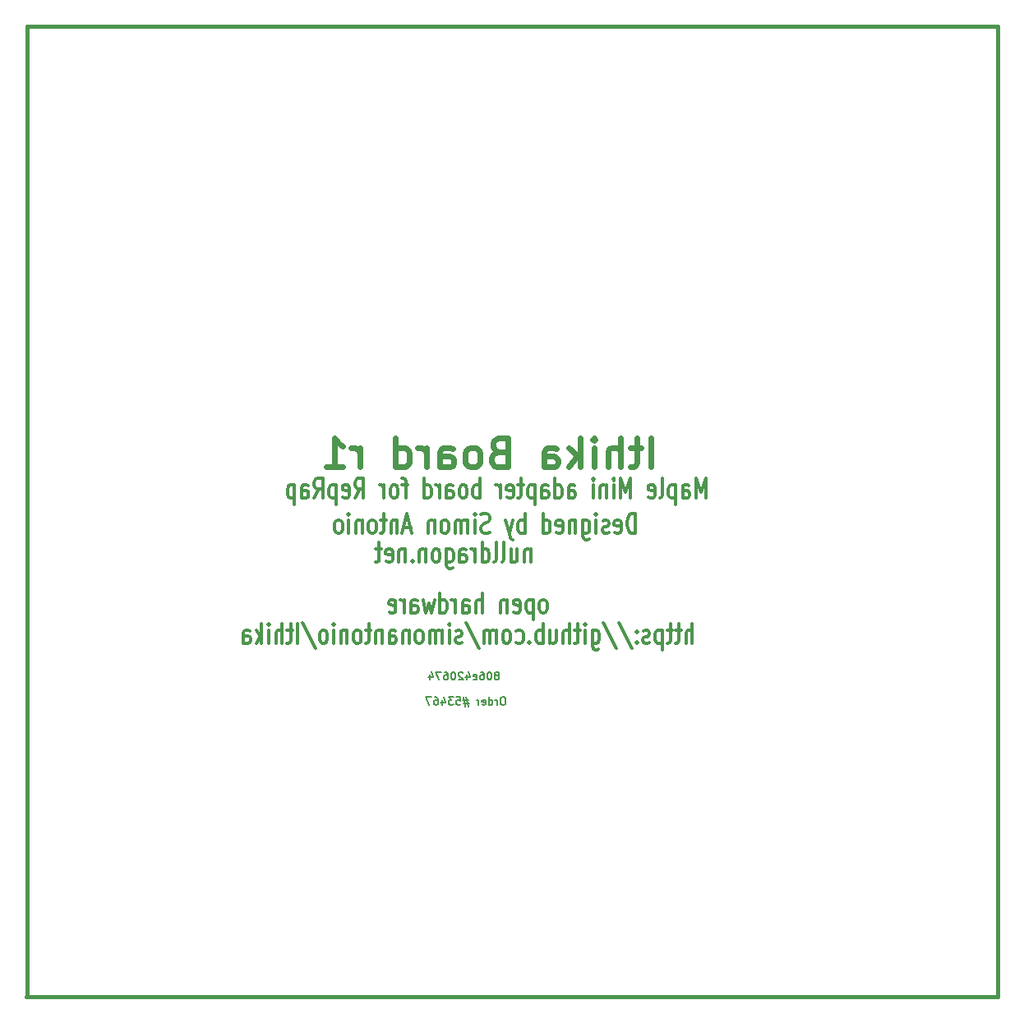
<source format=gbo>
G04 (created by PCBNEW-RS274X (2012-01-19 BZR 3256)-stable) date 23/08/2012 8:13:32 PM*
G01*
G70*
G90*
%MOIN*%
G04 Gerber Fmt 3.4, Leading zero omitted, Abs format*
%FSLAX34Y34*%
G04 APERTURE LIST*
%ADD10C,0.006000*%
%ADD11C,0.007900*%
%ADD12C,0.012000*%
%ADD13C,0.023800*%
%ADD14C,0.015000*%
G04 APERTURE END LIST*
G54D10*
G54D11*
X24050Y-31938D02*
X23990Y-31938D01*
X23960Y-31953D01*
X23930Y-31983D01*
X23915Y-32043D01*
X23915Y-32148D01*
X23930Y-32208D01*
X23960Y-32238D01*
X23990Y-32253D01*
X24050Y-32253D01*
X24080Y-32238D01*
X24110Y-32208D01*
X24125Y-32148D01*
X24125Y-32043D01*
X24110Y-31983D01*
X24080Y-31953D01*
X24050Y-31938D01*
X23780Y-32253D02*
X23780Y-32043D01*
X23780Y-32103D02*
X23765Y-32073D01*
X23750Y-32058D01*
X23720Y-32043D01*
X23690Y-32043D01*
X23450Y-32253D02*
X23450Y-31938D01*
X23450Y-32238D02*
X23480Y-32253D01*
X23540Y-32253D01*
X23570Y-32238D01*
X23585Y-32223D01*
X23600Y-32193D01*
X23600Y-32103D01*
X23585Y-32073D01*
X23570Y-32058D01*
X23540Y-32043D01*
X23480Y-32043D01*
X23450Y-32058D01*
X23180Y-32238D02*
X23210Y-32253D01*
X23270Y-32253D01*
X23300Y-32238D01*
X23315Y-32208D01*
X23315Y-32088D01*
X23300Y-32058D01*
X23270Y-32043D01*
X23210Y-32043D01*
X23180Y-32058D01*
X23165Y-32088D01*
X23165Y-32118D01*
X23315Y-32148D01*
X23030Y-32253D02*
X23030Y-32043D01*
X23030Y-32103D02*
X23015Y-32073D01*
X23000Y-32058D01*
X22970Y-32043D01*
X22940Y-32043D01*
X22610Y-32043D02*
X22385Y-32043D01*
X22520Y-31908D02*
X22610Y-32313D01*
X22415Y-32178D02*
X22640Y-32178D01*
X22505Y-32313D02*
X22415Y-31908D01*
X22130Y-31938D02*
X22280Y-31938D01*
X22295Y-32088D01*
X22280Y-32073D01*
X22250Y-32058D01*
X22175Y-32058D01*
X22145Y-32073D01*
X22130Y-32088D01*
X22115Y-32118D01*
X22115Y-32193D01*
X22130Y-32223D01*
X22145Y-32238D01*
X22175Y-32253D01*
X22250Y-32253D01*
X22280Y-32238D01*
X22295Y-32223D01*
X22010Y-31938D02*
X21815Y-31938D01*
X21920Y-32058D01*
X21875Y-32058D01*
X21845Y-32073D01*
X21830Y-32088D01*
X21815Y-32118D01*
X21815Y-32193D01*
X21830Y-32223D01*
X21845Y-32238D01*
X21875Y-32253D01*
X21965Y-32253D01*
X21995Y-32238D01*
X22010Y-32223D01*
X21545Y-32043D02*
X21545Y-32253D01*
X21620Y-31923D02*
X21695Y-32148D01*
X21500Y-32148D01*
X21245Y-31938D02*
X21305Y-31938D01*
X21335Y-31953D01*
X21350Y-31968D01*
X21380Y-32013D01*
X21395Y-32073D01*
X21395Y-32193D01*
X21380Y-32223D01*
X21365Y-32238D01*
X21335Y-32253D01*
X21275Y-32253D01*
X21245Y-32238D01*
X21230Y-32223D01*
X21215Y-32193D01*
X21215Y-32118D01*
X21230Y-32088D01*
X21245Y-32073D01*
X21275Y-32058D01*
X21335Y-32058D01*
X21365Y-32073D01*
X21380Y-32088D01*
X21395Y-32118D01*
X21110Y-31938D02*
X20900Y-31938D01*
X21035Y-32253D01*
X23807Y-31049D02*
X23837Y-31034D01*
X23852Y-31019D01*
X23867Y-30989D01*
X23867Y-30974D01*
X23852Y-30944D01*
X23837Y-30929D01*
X23807Y-30914D01*
X23747Y-30914D01*
X23717Y-30929D01*
X23702Y-30944D01*
X23687Y-30974D01*
X23687Y-30989D01*
X23702Y-31019D01*
X23717Y-31034D01*
X23747Y-31049D01*
X23807Y-31049D01*
X23837Y-31064D01*
X23852Y-31079D01*
X23867Y-31109D01*
X23867Y-31169D01*
X23852Y-31199D01*
X23837Y-31214D01*
X23807Y-31229D01*
X23747Y-31229D01*
X23717Y-31214D01*
X23702Y-31199D01*
X23687Y-31169D01*
X23687Y-31109D01*
X23702Y-31079D01*
X23717Y-31064D01*
X23747Y-31049D01*
X23492Y-30914D02*
X23462Y-30914D01*
X23432Y-30929D01*
X23417Y-30944D01*
X23402Y-30974D01*
X23387Y-31034D01*
X23387Y-31109D01*
X23402Y-31169D01*
X23417Y-31199D01*
X23432Y-31214D01*
X23462Y-31229D01*
X23492Y-31229D01*
X23522Y-31214D01*
X23537Y-31199D01*
X23552Y-31169D01*
X23567Y-31109D01*
X23567Y-31034D01*
X23552Y-30974D01*
X23537Y-30944D01*
X23522Y-30929D01*
X23492Y-30914D01*
X23117Y-30914D02*
X23177Y-30914D01*
X23207Y-30929D01*
X23222Y-30944D01*
X23252Y-30989D01*
X23267Y-31049D01*
X23267Y-31169D01*
X23252Y-31199D01*
X23237Y-31214D01*
X23207Y-31229D01*
X23147Y-31229D01*
X23117Y-31214D01*
X23102Y-31199D01*
X23087Y-31169D01*
X23087Y-31094D01*
X23102Y-31064D01*
X23117Y-31049D01*
X23147Y-31034D01*
X23207Y-31034D01*
X23237Y-31049D01*
X23252Y-31064D01*
X23267Y-31094D01*
X22832Y-31214D02*
X22862Y-31229D01*
X22922Y-31229D01*
X22952Y-31214D01*
X22967Y-31184D01*
X22967Y-31064D01*
X22952Y-31034D01*
X22922Y-31019D01*
X22862Y-31019D01*
X22832Y-31034D01*
X22817Y-31064D01*
X22817Y-31094D01*
X22967Y-31124D01*
X22547Y-31019D02*
X22547Y-31229D01*
X22622Y-30899D02*
X22697Y-31124D01*
X22502Y-31124D01*
X22397Y-30944D02*
X22382Y-30929D01*
X22352Y-30914D01*
X22277Y-30914D01*
X22247Y-30929D01*
X22232Y-30944D01*
X22217Y-30974D01*
X22217Y-31004D01*
X22232Y-31049D01*
X22412Y-31229D01*
X22217Y-31229D01*
X22022Y-30914D02*
X21992Y-30914D01*
X21962Y-30929D01*
X21947Y-30944D01*
X21932Y-30974D01*
X21917Y-31034D01*
X21917Y-31109D01*
X21932Y-31169D01*
X21947Y-31199D01*
X21962Y-31214D01*
X21992Y-31229D01*
X22022Y-31229D01*
X22052Y-31214D01*
X22067Y-31199D01*
X22082Y-31169D01*
X22097Y-31109D01*
X22097Y-31034D01*
X22082Y-30974D01*
X22067Y-30944D01*
X22052Y-30929D01*
X22022Y-30914D01*
X21647Y-30914D02*
X21707Y-30914D01*
X21737Y-30929D01*
X21752Y-30944D01*
X21782Y-30989D01*
X21797Y-31049D01*
X21797Y-31169D01*
X21782Y-31199D01*
X21767Y-31214D01*
X21737Y-31229D01*
X21677Y-31229D01*
X21647Y-31214D01*
X21632Y-31199D01*
X21617Y-31169D01*
X21617Y-31094D01*
X21632Y-31064D01*
X21647Y-31049D01*
X21677Y-31034D01*
X21737Y-31034D01*
X21767Y-31049D01*
X21782Y-31064D01*
X21797Y-31094D01*
X21512Y-30914D02*
X21302Y-30914D01*
X21437Y-31229D01*
X21047Y-31019D02*
X21047Y-31229D01*
X21122Y-30899D02*
X21197Y-31124D01*
X21002Y-31124D01*
G54D12*
X25698Y-28513D02*
X25756Y-28475D01*
X25784Y-28437D01*
X25813Y-28360D01*
X25813Y-28132D01*
X25784Y-28056D01*
X25756Y-28018D01*
X25698Y-27979D01*
X25613Y-27979D01*
X25556Y-28018D01*
X25527Y-28056D01*
X25498Y-28132D01*
X25498Y-28360D01*
X25527Y-28437D01*
X25556Y-28475D01*
X25613Y-28513D01*
X25698Y-28513D01*
X25241Y-27979D02*
X25241Y-28779D01*
X25241Y-28018D02*
X25184Y-27979D01*
X25070Y-27979D01*
X25013Y-28018D01*
X24984Y-28056D01*
X24955Y-28132D01*
X24955Y-28360D01*
X24984Y-28437D01*
X25013Y-28475D01*
X25070Y-28513D01*
X25184Y-28513D01*
X25241Y-28475D01*
X24470Y-28475D02*
X24527Y-28513D01*
X24641Y-28513D01*
X24698Y-28475D01*
X24727Y-28399D01*
X24727Y-28094D01*
X24698Y-28018D01*
X24641Y-27979D01*
X24527Y-27979D01*
X24470Y-28018D01*
X24441Y-28094D01*
X24441Y-28170D01*
X24727Y-28246D01*
X24184Y-27979D02*
X24184Y-28513D01*
X24184Y-28056D02*
X24156Y-28018D01*
X24098Y-27979D01*
X24013Y-27979D01*
X23956Y-28018D01*
X23927Y-28094D01*
X23927Y-28513D01*
X23184Y-28513D02*
X23184Y-27713D01*
X22927Y-28513D02*
X22927Y-28094D01*
X22956Y-28018D01*
X23013Y-27979D01*
X23098Y-27979D01*
X23156Y-28018D01*
X23184Y-28056D01*
X22384Y-28513D02*
X22384Y-28094D01*
X22413Y-28018D01*
X22470Y-27979D01*
X22584Y-27979D01*
X22641Y-28018D01*
X22384Y-28475D02*
X22441Y-28513D01*
X22584Y-28513D01*
X22641Y-28475D01*
X22670Y-28399D01*
X22670Y-28322D01*
X22641Y-28246D01*
X22584Y-28208D01*
X22441Y-28208D01*
X22384Y-28170D01*
X22098Y-28513D02*
X22098Y-27979D01*
X22098Y-28132D02*
X22070Y-28056D01*
X22041Y-28018D01*
X21984Y-27979D01*
X21927Y-27979D01*
X21470Y-28513D02*
X21470Y-27713D01*
X21470Y-28475D02*
X21527Y-28513D01*
X21641Y-28513D01*
X21699Y-28475D01*
X21727Y-28437D01*
X21756Y-28360D01*
X21756Y-28132D01*
X21727Y-28056D01*
X21699Y-28018D01*
X21641Y-27979D01*
X21527Y-27979D01*
X21470Y-28018D01*
X21241Y-27979D02*
X21127Y-28513D01*
X21013Y-28132D01*
X20898Y-28513D01*
X20784Y-27979D01*
X20298Y-28513D02*
X20298Y-28094D01*
X20327Y-28018D01*
X20384Y-27979D01*
X20498Y-27979D01*
X20555Y-28018D01*
X20298Y-28475D02*
X20355Y-28513D01*
X20498Y-28513D01*
X20555Y-28475D01*
X20584Y-28399D01*
X20584Y-28322D01*
X20555Y-28246D01*
X20498Y-28208D01*
X20355Y-28208D01*
X20298Y-28170D01*
X20012Y-28513D02*
X20012Y-27979D01*
X20012Y-28132D02*
X19984Y-28056D01*
X19955Y-28018D01*
X19898Y-27979D01*
X19841Y-27979D01*
X19413Y-28475D02*
X19470Y-28513D01*
X19584Y-28513D01*
X19641Y-28475D01*
X19670Y-28399D01*
X19670Y-28094D01*
X19641Y-28018D01*
X19584Y-27979D01*
X19470Y-27979D01*
X19413Y-28018D01*
X19384Y-28094D01*
X19384Y-28170D01*
X19670Y-28246D01*
X31702Y-29753D02*
X31702Y-28953D01*
X31445Y-29753D02*
X31445Y-29334D01*
X31474Y-29258D01*
X31531Y-29219D01*
X31616Y-29219D01*
X31674Y-29258D01*
X31702Y-29296D01*
X31245Y-29219D02*
X31016Y-29219D01*
X31159Y-28953D02*
X31159Y-29639D01*
X31131Y-29715D01*
X31073Y-29753D01*
X31016Y-29753D01*
X30902Y-29219D02*
X30673Y-29219D01*
X30816Y-28953D02*
X30816Y-29639D01*
X30788Y-29715D01*
X30730Y-29753D01*
X30673Y-29753D01*
X30473Y-29219D02*
X30473Y-30019D01*
X30473Y-29258D02*
X30416Y-29219D01*
X30302Y-29219D01*
X30245Y-29258D01*
X30216Y-29296D01*
X30187Y-29372D01*
X30187Y-29600D01*
X30216Y-29677D01*
X30245Y-29715D01*
X30302Y-29753D01*
X30416Y-29753D01*
X30473Y-29715D01*
X29959Y-29715D02*
X29902Y-29753D01*
X29787Y-29753D01*
X29730Y-29715D01*
X29702Y-29639D01*
X29702Y-29600D01*
X29730Y-29524D01*
X29787Y-29486D01*
X29873Y-29486D01*
X29930Y-29448D01*
X29959Y-29372D01*
X29959Y-29334D01*
X29930Y-29258D01*
X29873Y-29219D01*
X29787Y-29219D01*
X29730Y-29258D01*
X29444Y-29677D02*
X29416Y-29715D01*
X29444Y-29753D01*
X29473Y-29715D01*
X29444Y-29677D01*
X29444Y-29753D01*
X29444Y-29258D02*
X29416Y-29296D01*
X29444Y-29334D01*
X29473Y-29296D01*
X29444Y-29258D01*
X29444Y-29334D01*
X28730Y-28915D02*
X29244Y-29943D01*
X28101Y-28915D02*
X28615Y-29943D01*
X27643Y-29219D02*
X27643Y-29867D01*
X27672Y-29943D01*
X27700Y-29981D01*
X27757Y-30019D01*
X27843Y-30019D01*
X27900Y-29981D01*
X27643Y-29715D02*
X27700Y-29753D01*
X27814Y-29753D01*
X27872Y-29715D01*
X27900Y-29677D01*
X27929Y-29600D01*
X27929Y-29372D01*
X27900Y-29296D01*
X27872Y-29258D01*
X27814Y-29219D01*
X27700Y-29219D01*
X27643Y-29258D01*
X27357Y-29753D02*
X27357Y-29219D01*
X27357Y-28953D02*
X27386Y-28991D01*
X27357Y-29029D01*
X27329Y-28991D01*
X27357Y-28953D01*
X27357Y-29029D01*
X27157Y-29219D02*
X26928Y-29219D01*
X27071Y-28953D02*
X27071Y-29639D01*
X27043Y-29715D01*
X26985Y-29753D01*
X26928Y-29753D01*
X26728Y-29753D02*
X26728Y-28953D01*
X26471Y-29753D02*
X26471Y-29334D01*
X26500Y-29258D01*
X26557Y-29219D01*
X26642Y-29219D01*
X26700Y-29258D01*
X26728Y-29296D01*
X25928Y-29219D02*
X25928Y-29753D01*
X26185Y-29219D02*
X26185Y-29639D01*
X26157Y-29715D01*
X26099Y-29753D01*
X26014Y-29753D01*
X25957Y-29715D01*
X25928Y-29677D01*
X25642Y-29753D02*
X25642Y-28953D01*
X25642Y-29258D02*
X25585Y-29219D01*
X25471Y-29219D01*
X25414Y-29258D01*
X25385Y-29296D01*
X25356Y-29372D01*
X25356Y-29600D01*
X25385Y-29677D01*
X25414Y-29715D01*
X25471Y-29753D01*
X25585Y-29753D01*
X25642Y-29715D01*
X25099Y-29677D02*
X25071Y-29715D01*
X25099Y-29753D01*
X25128Y-29715D01*
X25099Y-29677D01*
X25099Y-29753D01*
X24556Y-29715D02*
X24613Y-29753D01*
X24727Y-29753D01*
X24785Y-29715D01*
X24813Y-29677D01*
X24842Y-29600D01*
X24842Y-29372D01*
X24813Y-29296D01*
X24785Y-29258D01*
X24727Y-29219D01*
X24613Y-29219D01*
X24556Y-29258D01*
X24213Y-29753D02*
X24271Y-29715D01*
X24299Y-29677D01*
X24328Y-29600D01*
X24328Y-29372D01*
X24299Y-29296D01*
X24271Y-29258D01*
X24213Y-29219D01*
X24128Y-29219D01*
X24071Y-29258D01*
X24042Y-29296D01*
X24013Y-29372D01*
X24013Y-29600D01*
X24042Y-29677D01*
X24071Y-29715D01*
X24128Y-29753D01*
X24213Y-29753D01*
X23756Y-29753D02*
X23756Y-29219D01*
X23756Y-29296D02*
X23728Y-29258D01*
X23670Y-29219D01*
X23585Y-29219D01*
X23528Y-29258D01*
X23499Y-29334D01*
X23499Y-29753D01*
X23499Y-29334D02*
X23470Y-29258D01*
X23413Y-29219D01*
X23328Y-29219D01*
X23270Y-29258D01*
X23242Y-29334D01*
X23242Y-29753D01*
X22528Y-28915D02*
X23042Y-29943D01*
X22356Y-29715D02*
X22299Y-29753D01*
X22184Y-29753D01*
X22127Y-29715D01*
X22099Y-29639D01*
X22099Y-29600D01*
X22127Y-29524D01*
X22184Y-29486D01*
X22270Y-29486D01*
X22327Y-29448D01*
X22356Y-29372D01*
X22356Y-29334D01*
X22327Y-29258D01*
X22270Y-29219D01*
X22184Y-29219D01*
X22127Y-29258D01*
X21841Y-29753D02*
X21841Y-29219D01*
X21841Y-28953D02*
X21870Y-28991D01*
X21841Y-29029D01*
X21813Y-28991D01*
X21841Y-28953D01*
X21841Y-29029D01*
X21555Y-29753D02*
X21555Y-29219D01*
X21555Y-29296D02*
X21527Y-29258D01*
X21469Y-29219D01*
X21384Y-29219D01*
X21327Y-29258D01*
X21298Y-29334D01*
X21298Y-29753D01*
X21298Y-29334D02*
X21269Y-29258D01*
X21212Y-29219D01*
X21127Y-29219D01*
X21069Y-29258D01*
X21041Y-29334D01*
X21041Y-29753D01*
X20669Y-29753D02*
X20727Y-29715D01*
X20755Y-29677D01*
X20784Y-29600D01*
X20784Y-29372D01*
X20755Y-29296D01*
X20727Y-29258D01*
X20669Y-29219D01*
X20584Y-29219D01*
X20527Y-29258D01*
X20498Y-29296D01*
X20469Y-29372D01*
X20469Y-29600D01*
X20498Y-29677D01*
X20527Y-29715D01*
X20584Y-29753D01*
X20669Y-29753D01*
X20212Y-29219D02*
X20212Y-29753D01*
X20212Y-29296D02*
X20184Y-29258D01*
X20126Y-29219D01*
X20041Y-29219D01*
X19984Y-29258D01*
X19955Y-29334D01*
X19955Y-29753D01*
X19412Y-29753D02*
X19412Y-29334D01*
X19441Y-29258D01*
X19498Y-29219D01*
X19612Y-29219D01*
X19669Y-29258D01*
X19412Y-29715D02*
X19469Y-29753D01*
X19612Y-29753D01*
X19669Y-29715D01*
X19698Y-29639D01*
X19698Y-29562D01*
X19669Y-29486D01*
X19612Y-29448D01*
X19469Y-29448D01*
X19412Y-29410D01*
X19126Y-29219D02*
X19126Y-29753D01*
X19126Y-29296D02*
X19098Y-29258D01*
X19040Y-29219D01*
X18955Y-29219D01*
X18898Y-29258D01*
X18869Y-29334D01*
X18869Y-29753D01*
X18669Y-29219D02*
X18440Y-29219D01*
X18583Y-28953D02*
X18583Y-29639D01*
X18555Y-29715D01*
X18497Y-29753D01*
X18440Y-29753D01*
X18154Y-29753D02*
X18212Y-29715D01*
X18240Y-29677D01*
X18269Y-29600D01*
X18269Y-29372D01*
X18240Y-29296D01*
X18212Y-29258D01*
X18154Y-29219D01*
X18069Y-29219D01*
X18012Y-29258D01*
X17983Y-29296D01*
X17954Y-29372D01*
X17954Y-29600D01*
X17983Y-29677D01*
X18012Y-29715D01*
X18069Y-29753D01*
X18154Y-29753D01*
X17697Y-29219D02*
X17697Y-29753D01*
X17697Y-29296D02*
X17669Y-29258D01*
X17611Y-29219D01*
X17526Y-29219D01*
X17469Y-29258D01*
X17440Y-29334D01*
X17440Y-29753D01*
X17154Y-29753D02*
X17154Y-29219D01*
X17154Y-28953D02*
X17183Y-28991D01*
X17154Y-29029D01*
X17126Y-28991D01*
X17154Y-28953D01*
X17154Y-29029D01*
X16782Y-29753D02*
X16840Y-29715D01*
X16868Y-29677D01*
X16897Y-29600D01*
X16897Y-29372D01*
X16868Y-29296D01*
X16840Y-29258D01*
X16782Y-29219D01*
X16697Y-29219D01*
X16640Y-29258D01*
X16611Y-29296D01*
X16582Y-29372D01*
X16582Y-29600D01*
X16611Y-29677D01*
X16640Y-29715D01*
X16697Y-29753D01*
X16782Y-29753D01*
X15897Y-28915D02*
X16411Y-29943D01*
X15696Y-29753D02*
X15696Y-28953D01*
X15496Y-29219D02*
X15267Y-29219D01*
X15410Y-28953D02*
X15410Y-29639D01*
X15382Y-29715D01*
X15324Y-29753D01*
X15267Y-29753D01*
X15067Y-29753D02*
X15067Y-28953D01*
X14810Y-29753D02*
X14810Y-29334D01*
X14839Y-29258D01*
X14896Y-29219D01*
X14981Y-29219D01*
X15039Y-29258D01*
X15067Y-29296D01*
X14524Y-29753D02*
X14524Y-29219D01*
X14524Y-28953D02*
X14553Y-28991D01*
X14524Y-29029D01*
X14496Y-28991D01*
X14524Y-28953D01*
X14524Y-29029D01*
X14238Y-29753D02*
X14238Y-28953D01*
X14181Y-29448D02*
X14010Y-29753D01*
X14010Y-29219D02*
X14238Y-29524D01*
X13495Y-29753D02*
X13495Y-29334D01*
X13524Y-29258D01*
X13581Y-29219D01*
X13695Y-29219D01*
X13752Y-29258D01*
X13495Y-29715D02*
X13552Y-29753D01*
X13695Y-29753D01*
X13752Y-29715D01*
X13781Y-29639D01*
X13781Y-29562D01*
X13752Y-29486D01*
X13695Y-29448D01*
X13552Y-29448D01*
X13495Y-29410D01*
X25148Y-25931D02*
X25148Y-26465D01*
X25148Y-26008D02*
X25120Y-25970D01*
X25062Y-25931D01*
X24977Y-25931D01*
X24920Y-25970D01*
X24891Y-26046D01*
X24891Y-26465D01*
X24348Y-25931D02*
X24348Y-26465D01*
X24605Y-25931D02*
X24605Y-26351D01*
X24577Y-26427D01*
X24519Y-26465D01*
X24434Y-26465D01*
X24377Y-26427D01*
X24348Y-26389D01*
X23976Y-26465D02*
X24034Y-26427D01*
X24062Y-26351D01*
X24062Y-25665D01*
X23662Y-26465D02*
X23720Y-26427D01*
X23748Y-26351D01*
X23748Y-25665D01*
X23177Y-26465D02*
X23177Y-25665D01*
X23177Y-26427D02*
X23234Y-26465D01*
X23348Y-26465D01*
X23406Y-26427D01*
X23434Y-26389D01*
X23463Y-26312D01*
X23463Y-26084D01*
X23434Y-26008D01*
X23406Y-25970D01*
X23348Y-25931D01*
X23234Y-25931D01*
X23177Y-25970D01*
X22891Y-26465D02*
X22891Y-25931D01*
X22891Y-26084D02*
X22863Y-26008D01*
X22834Y-25970D01*
X22777Y-25931D01*
X22720Y-25931D01*
X22263Y-26465D02*
X22263Y-26046D01*
X22292Y-25970D01*
X22349Y-25931D01*
X22463Y-25931D01*
X22520Y-25970D01*
X22263Y-26427D02*
X22320Y-26465D01*
X22463Y-26465D01*
X22520Y-26427D01*
X22549Y-26351D01*
X22549Y-26274D01*
X22520Y-26198D01*
X22463Y-26160D01*
X22320Y-26160D01*
X22263Y-26122D01*
X21720Y-25931D02*
X21720Y-26579D01*
X21749Y-26655D01*
X21777Y-26693D01*
X21834Y-26731D01*
X21920Y-26731D01*
X21977Y-26693D01*
X21720Y-26427D02*
X21777Y-26465D01*
X21891Y-26465D01*
X21949Y-26427D01*
X21977Y-26389D01*
X22006Y-26312D01*
X22006Y-26084D01*
X21977Y-26008D01*
X21949Y-25970D01*
X21891Y-25931D01*
X21777Y-25931D01*
X21720Y-25970D01*
X21348Y-26465D02*
X21406Y-26427D01*
X21434Y-26389D01*
X21463Y-26312D01*
X21463Y-26084D01*
X21434Y-26008D01*
X21406Y-25970D01*
X21348Y-25931D01*
X21263Y-25931D01*
X21206Y-25970D01*
X21177Y-26008D01*
X21148Y-26084D01*
X21148Y-26312D01*
X21177Y-26389D01*
X21206Y-26427D01*
X21263Y-26465D01*
X21348Y-26465D01*
X20891Y-25931D02*
X20891Y-26465D01*
X20891Y-26008D02*
X20863Y-25970D01*
X20805Y-25931D01*
X20720Y-25931D01*
X20663Y-25970D01*
X20634Y-26046D01*
X20634Y-26465D01*
X20348Y-26389D02*
X20320Y-26427D01*
X20348Y-26465D01*
X20377Y-26427D01*
X20348Y-26389D01*
X20348Y-26465D01*
X20062Y-25931D02*
X20062Y-26465D01*
X20062Y-26008D02*
X20034Y-25970D01*
X19976Y-25931D01*
X19891Y-25931D01*
X19834Y-25970D01*
X19805Y-26046D01*
X19805Y-26465D01*
X19291Y-26427D02*
X19348Y-26465D01*
X19462Y-26465D01*
X19519Y-26427D01*
X19548Y-26351D01*
X19548Y-26046D01*
X19519Y-25970D01*
X19462Y-25931D01*
X19348Y-25931D01*
X19291Y-25970D01*
X19262Y-26046D01*
X19262Y-26122D01*
X19548Y-26198D01*
X19091Y-25931D02*
X18862Y-25931D01*
X19005Y-25665D02*
X19005Y-26351D01*
X18977Y-26427D01*
X18919Y-26465D01*
X18862Y-26465D01*
X29394Y-25284D02*
X29394Y-24484D01*
X29251Y-24484D01*
X29166Y-24522D01*
X29108Y-24598D01*
X29080Y-24674D01*
X29051Y-24827D01*
X29051Y-24941D01*
X29080Y-25093D01*
X29108Y-25170D01*
X29166Y-25246D01*
X29251Y-25284D01*
X29394Y-25284D01*
X28566Y-25246D02*
X28623Y-25284D01*
X28737Y-25284D01*
X28794Y-25246D01*
X28823Y-25170D01*
X28823Y-24865D01*
X28794Y-24789D01*
X28737Y-24750D01*
X28623Y-24750D01*
X28566Y-24789D01*
X28537Y-24865D01*
X28537Y-24941D01*
X28823Y-25017D01*
X28309Y-25246D02*
X28252Y-25284D01*
X28137Y-25284D01*
X28080Y-25246D01*
X28052Y-25170D01*
X28052Y-25131D01*
X28080Y-25055D01*
X28137Y-25017D01*
X28223Y-25017D01*
X28280Y-24979D01*
X28309Y-24903D01*
X28309Y-24865D01*
X28280Y-24789D01*
X28223Y-24750D01*
X28137Y-24750D01*
X28080Y-24789D01*
X27794Y-25284D02*
X27794Y-24750D01*
X27794Y-24484D02*
X27823Y-24522D01*
X27794Y-24560D01*
X27766Y-24522D01*
X27794Y-24484D01*
X27794Y-24560D01*
X27251Y-24750D02*
X27251Y-25398D01*
X27280Y-25474D01*
X27308Y-25512D01*
X27365Y-25550D01*
X27451Y-25550D01*
X27508Y-25512D01*
X27251Y-25246D02*
X27308Y-25284D01*
X27422Y-25284D01*
X27480Y-25246D01*
X27508Y-25208D01*
X27537Y-25131D01*
X27537Y-24903D01*
X27508Y-24827D01*
X27480Y-24789D01*
X27422Y-24750D01*
X27308Y-24750D01*
X27251Y-24789D01*
X26965Y-24750D02*
X26965Y-25284D01*
X26965Y-24827D02*
X26937Y-24789D01*
X26879Y-24750D01*
X26794Y-24750D01*
X26737Y-24789D01*
X26708Y-24865D01*
X26708Y-25284D01*
X26194Y-25246D02*
X26251Y-25284D01*
X26365Y-25284D01*
X26422Y-25246D01*
X26451Y-25170D01*
X26451Y-24865D01*
X26422Y-24789D01*
X26365Y-24750D01*
X26251Y-24750D01*
X26194Y-24789D01*
X26165Y-24865D01*
X26165Y-24941D01*
X26451Y-25017D01*
X25651Y-25284D02*
X25651Y-24484D01*
X25651Y-25246D02*
X25708Y-25284D01*
X25822Y-25284D01*
X25880Y-25246D01*
X25908Y-25208D01*
X25937Y-25131D01*
X25937Y-24903D01*
X25908Y-24827D01*
X25880Y-24789D01*
X25822Y-24750D01*
X25708Y-24750D01*
X25651Y-24789D01*
X24908Y-25284D02*
X24908Y-24484D01*
X24908Y-24789D02*
X24851Y-24750D01*
X24737Y-24750D01*
X24680Y-24789D01*
X24651Y-24827D01*
X24622Y-24903D01*
X24622Y-25131D01*
X24651Y-25208D01*
X24680Y-25246D01*
X24737Y-25284D01*
X24851Y-25284D01*
X24908Y-25246D01*
X24422Y-24750D02*
X24279Y-25284D01*
X24137Y-24750D02*
X24279Y-25284D01*
X24337Y-25474D01*
X24365Y-25512D01*
X24422Y-25550D01*
X23480Y-25246D02*
X23394Y-25284D01*
X23251Y-25284D01*
X23194Y-25246D01*
X23165Y-25208D01*
X23137Y-25131D01*
X23137Y-25055D01*
X23165Y-24979D01*
X23194Y-24941D01*
X23251Y-24903D01*
X23365Y-24865D01*
X23423Y-24827D01*
X23451Y-24789D01*
X23480Y-24712D01*
X23480Y-24636D01*
X23451Y-24560D01*
X23423Y-24522D01*
X23365Y-24484D01*
X23223Y-24484D01*
X23137Y-24522D01*
X22880Y-25284D02*
X22880Y-24750D01*
X22880Y-24484D02*
X22909Y-24522D01*
X22880Y-24560D01*
X22852Y-24522D01*
X22880Y-24484D01*
X22880Y-24560D01*
X22594Y-25284D02*
X22594Y-24750D01*
X22594Y-24827D02*
X22566Y-24789D01*
X22508Y-24750D01*
X22423Y-24750D01*
X22366Y-24789D01*
X22337Y-24865D01*
X22337Y-25284D01*
X22337Y-24865D02*
X22308Y-24789D01*
X22251Y-24750D01*
X22166Y-24750D01*
X22108Y-24789D01*
X22080Y-24865D01*
X22080Y-25284D01*
X21708Y-25284D02*
X21766Y-25246D01*
X21794Y-25208D01*
X21823Y-25131D01*
X21823Y-24903D01*
X21794Y-24827D01*
X21766Y-24789D01*
X21708Y-24750D01*
X21623Y-24750D01*
X21566Y-24789D01*
X21537Y-24827D01*
X21508Y-24903D01*
X21508Y-25131D01*
X21537Y-25208D01*
X21566Y-25246D01*
X21623Y-25284D01*
X21708Y-25284D01*
X21251Y-24750D02*
X21251Y-25284D01*
X21251Y-24827D02*
X21223Y-24789D01*
X21165Y-24750D01*
X21080Y-24750D01*
X21023Y-24789D01*
X20994Y-24865D01*
X20994Y-25284D01*
X20280Y-25055D02*
X19994Y-25055D01*
X20337Y-25284D02*
X20137Y-24484D01*
X19937Y-25284D01*
X19737Y-24750D02*
X19737Y-25284D01*
X19737Y-24827D02*
X19709Y-24789D01*
X19651Y-24750D01*
X19566Y-24750D01*
X19509Y-24789D01*
X19480Y-24865D01*
X19480Y-25284D01*
X19280Y-24750D02*
X19051Y-24750D01*
X19194Y-24484D02*
X19194Y-25170D01*
X19166Y-25246D01*
X19108Y-25284D01*
X19051Y-25284D01*
X18765Y-25284D02*
X18823Y-25246D01*
X18851Y-25208D01*
X18880Y-25131D01*
X18880Y-24903D01*
X18851Y-24827D01*
X18823Y-24789D01*
X18765Y-24750D01*
X18680Y-24750D01*
X18623Y-24789D01*
X18594Y-24827D01*
X18565Y-24903D01*
X18565Y-25131D01*
X18594Y-25208D01*
X18623Y-25246D01*
X18680Y-25284D01*
X18765Y-25284D01*
X18308Y-24750D02*
X18308Y-25284D01*
X18308Y-24827D02*
X18280Y-24789D01*
X18222Y-24750D01*
X18137Y-24750D01*
X18080Y-24789D01*
X18051Y-24865D01*
X18051Y-25284D01*
X17765Y-25284D02*
X17765Y-24750D01*
X17765Y-24484D02*
X17794Y-24522D01*
X17765Y-24560D01*
X17737Y-24522D01*
X17765Y-24484D01*
X17765Y-24560D01*
X17393Y-25284D02*
X17451Y-25246D01*
X17479Y-25208D01*
X17508Y-25131D01*
X17508Y-24903D01*
X17479Y-24827D01*
X17451Y-24789D01*
X17393Y-24750D01*
X17308Y-24750D01*
X17251Y-24789D01*
X17222Y-24827D01*
X17193Y-24903D01*
X17193Y-25131D01*
X17222Y-25208D01*
X17251Y-25246D01*
X17308Y-25284D01*
X17393Y-25284D01*
X32251Y-23867D02*
X32251Y-23067D01*
X32051Y-23638D01*
X31851Y-23067D01*
X31851Y-23867D01*
X31308Y-23867D02*
X31308Y-23448D01*
X31337Y-23372D01*
X31394Y-23333D01*
X31508Y-23333D01*
X31565Y-23372D01*
X31308Y-23829D02*
X31365Y-23867D01*
X31508Y-23867D01*
X31565Y-23829D01*
X31594Y-23753D01*
X31594Y-23676D01*
X31565Y-23600D01*
X31508Y-23562D01*
X31365Y-23562D01*
X31308Y-23524D01*
X31022Y-23333D02*
X31022Y-24133D01*
X31022Y-23372D02*
X30965Y-23333D01*
X30851Y-23333D01*
X30794Y-23372D01*
X30765Y-23410D01*
X30736Y-23486D01*
X30736Y-23714D01*
X30765Y-23791D01*
X30794Y-23829D01*
X30851Y-23867D01*
X30965Y-23867D01*
X31022Y-23829D01*
X30393Y-23867D02*
X30451Y-23829D01*
X30479Y-23753D01*
X30479Y-23067D01*
X29937Y-23829D02*
X29994Y-23867D01*
X30108Y-23867D01*
X30165Y-23829D01*
X30194Y-23753D01*
X30194Y-23448D01*
X30165Y-23372D01*
X30108Y-23333D01*
X29994Y-23333D01*
X29937Y-23372D01*
X29908Y-23448D01*
X29908Y-23524D01*
X30194Y-23600D01*
X29194Y-23867D02*
X29194Y-23067D01*
X28994Y-23638D01*
X28794Y-23067D01*
X28794Y-23867D01*
X28508Y-23867D02*
X28508Y-23333D01*
X28508Y-23067D02*
X28537Y-23105D01*
X28508Y-23143D01*
X28480Y-23105D01*
X28508Y-23067D01*
X28508Y-23143D01*
X28222Y-23333D02*
X28222Y-23867D01*
X28222Y-23410D02*
X28194Y-23372D01*
X28136Y-23333D01*
X28051Y-23333D01*
X27994Y-23372D01*
X27965Y-23448D01*
X27965Y-23867D01*
X27679Y-23867D02*
X27679Y-23333D01*
X27679Y-23067D02*
X27708Y-23105D01*
X27679Y-23143D01*
X27651Y-23105D01*
X27679Y-23067D01*
X27679Y-23143D01*
X26679Y-23867D02*
X26679Y-23448D01*
X26708Y-23372D01*
X26765Y-23333D01*
X26879Y-23333D01*
X26936Y-23372D01*
X26679Y-23829D02*
X26736Y-23867D01*
X26879Y-23867D01*
X26936Y-23829D01*
X26965Y-23753D01*
X26965Y-23676D01*
X26936Y-23600D01*
X26879Y-23562D01*
X26736Y-23562D01*
X26679Y-23524D01*
X26136Y-23867D02*
X26136Y-23067D01*
X26136Y-23829D02*
X26193Y-23867D01*
X26307Y-23867D01*
X26365Y-23829D01*
X26393Y-23791D01*
X26422Y-23714D01*
X26422Y-23486D01*
X26393Y-23410D01*
X26365Y-23372D01*
X26307Y-23333D01*
X26193Y-23333D01*
X26136Y-23372D01*
X25593Y-23867D02*
X25593Y-23448D01*
X25622Y-23372D01*
X25679Y-23333D01*
X25793Y-23333D01*
X25850Y-23372D01*
X25593Y-23829D02*
X25650Y-23867D01*
X25793Y-23867D01*
X25850Y-23829D01*
X25879Y-23753D01*
X25879Y-23676D01*
X25850Y-23600D01*
X25793Y-23562D01*
X25650Y-23562D01*
X25593Y-23524D01*
X25307Y-23333D02*
X25307Y-24133D01*
X25307Y-23372D02*
X25250Y-23333D01*
X25136Y-23333D01*
X25079Y-23372D01*
X25050Y-23410D01*
X25021Y-23486D01*
X25021Y-23714D01*
X25050Y-23791D01*
X25079Y-23829D01*
X25136Y-23867D01*
X25250Y-23867D01*
X25307Y-23829D01*
X24850Y-23333D02*
X24621Y-23333D01*
X24764Y-23067D02*
X24764Y-23753D01*
X24736Y-23829D01*
X24678Y-23867D01*
X24621Y-23867D01*
X24193Y-23829D02*
X24250Y-23867D01*
X24364Y-23867D01*
X24421Y-23829D01*
X24450Y-23753D01*
X24450Y-23448D01*
X24421Y-23372D01*
X24364Y-23333D01*
X24250Y-23333D01*
X24193Y-23372D01*
X24164Y-23448D01*
X24164Y-23524D01*
X24450Y-23600D01*
X23907Y-23867D02*
X23907Y-23333D01*
X23907Y-23486D02*
X23879Y-23410D01*
X23850Y-23372D01*
X23793Y-23333D01*
X23736Y-23333D01*
X23079Y-23867D02*
X23079Y-23067D01*
X23079Y-23372D02*
X23022Y-23333D01*
X22908Y-23333D01*
X22851Y-23372D01*
X22822Y-23410D01*
X22793Y-23486D01*
X22793Y-23714D01*
X22822Y-23791D01*
X22851Y-23829D01*
X22908Y-23867D01*
X23022Y-23867D01*
X23079Y-23829D01*
X22450Y-23867D02*
X22508Y-23829D01*
X22536Y-23791D01*
X22565Y-23714D01*
X22565Y-23486D01*
X22536Y-23410D01*
X22508Y-23372D01*
X22450Y-23333D01*
X22365Y-23333D01*
X22308Y-23372D01*
X22279Y-23410D01*
X22250Y-23486D01*
X22250Y-23714D01*
X22279Y-23791D01*
X22308Y-23829D01*
X22365Y-23867D01*
X22450Y-23867D01*
X21736Y-23867D02*
X21736Y-23448D01*
X21765Y-23372D01*
X21822Y-23333D01*
X21936Y-23333D01*
X21993Y-23372D01*
X21736Y-23829D02*
X21793Y-23867D01*
X21936Y-23867D01*
X21993Y-23829D01*
X22022Y-23753D01*
X22022Y-23676D01*
X21993Y-23600D01*
X21936Y-23562D01*
X21793Y-23562D01*
X21736Y-23524D01*
X21450Y-23867D02*
X21450Y-23333D01*
X21450Y-23486D02*
X21422Y-23410D01*
X21393Y-23372D01*
X21336Y-23333D01*
X21279Y-23333D01*
X20822Y-23867D02*
X20822Y-23067D01*
X20822Y-23829D02*
X20879Y-23867D01*
X20993Y-23867D01*
X21051Y-23829D01*
X21079Y-23791D01*
X21108Y-23714D01*
X21108Y-23486D01*
X21079Y-23410D01*
X21051Y-23372D01*
X20993Y-23333D01*
X20879Y-23333D01*
X20822Y-23372D01*
X20165Y-23333D02*
X19936Y-23333D01*
X20079Y-23867D02*
X20079Y-23181D01*
X20051Y-23105D01*
X19993Y-23067D01*
X19936Y-23067D01*
X19650Y-23867D02*
X19708Y-23829D01*
X19736Y-23791D01*
X19765Y-23714D01*
X19765Y-23486D01*
X19736Y-23410D01*
X19708Y-23372D01*
X19650Y-23333D01*
X19565Y-23333D01*
X19508Y-23372D01*
X19479Y-23410D01*
X19450Y-23486D01*
X19450Y-23714D01*
X19479Y-23791D01*
X19508Y-23829D01*
X19565Y-23867D01*
X19650Y-23867D01*
X19193Y-23867D02*
X19193Y-23333D01*
X19193Y-23486D02*
X19165Y-23410D01*
X19136Y-23372D01*
X19079Y-23333D01*
X19022Y-23333D01*
X18022Y-23867D02*
X18222Y-23486D01*
X18365Y-23867D02*
X18365Y-23067D01*
X18137Y-23067D01*
X18079Y-23105D01*
X18051Y-23143D01*
X18022Y-23219D01*
X18022Y-23333D01*
X18051Y-23410D01*
X18079Y-23448D01*
X18137Y-23486D01*
X18365Y-23486D01*
X17537Y-23829D02*
X17594Y-23867D01*
X17708Y-23867D01*
X17765Y-23829D01*
X17794Y-23753D01*
X17794Y-23448D01*
X17765Y-23372D01*
X17708Y-23333D01*
X17594Y-23333D01*
X17537Y-23372D01*
X17508Y-23448D01*
X17508Y-23524D01*
X17794Y-23600D01*
X17251Y-23333D02*
X17251Y-24133D01*
X17251Y-23372D02*
X17194Y-23333D01*
X17080Y-23333D01*
X17023Y-23372D01*
X16994Y-23410D01*
X16965Y-23486D01*
X16965Y-23714D01*
X16994Y-23791D01*
X17023Y-23829D01*
X17080Y-23867D01*
X17194Y-23867D01*
X17251Y-23829D01*
X16365Y-23867D02*
X16565Y-23486D01*
X16708Y-23867D02*
X16708Y-23067D01*
X16480Y-23067D01*
X16422Y-23105D01*
X16394Y-23143D01*
X16365Y-23219D01*
X16365Y-23333D01*
X16394Y-23410D01*
X16422Y-23448D01*
X16480Y-23486D01*
X16708Y-23486D01*
X15851Y-23867D02*
X15851Y-23448D01*
X15880Y-23372D01*
X15937Y-23333D01*
X16051Y-23333D01*
X16108Y-23372D01*
X15851Y-23829D02*
X15908Y-23867D01*
X16051Y-23867D01*
X16108Y-23829D01*
X16137Y-23753D01*
X16137Y-23676D01*
X16108Y-23600D01*
X16051Y-23562D01*
X15908Y-23562D01*
X15851Y-23524D01*
X15565Y-23333D02*
X15565Y-24133D01*
X15565Y-23372D02*
X15508Y-23333D01*
X15394Y-23333D01*
X15337Y-23372D01*
X15308Y-23410D01*
X15279Y-23486D01*
X15279Y-23714D01*
X15308Y-23791D01*
X15337Y-23829D01*
X15394Y-23867D01*
X15508Y-23867D01*
X15565Y-23829D01*
G54D13*
X30018Y-22604D02*
X30018Y-21423D01*
X29625Y-21816D02*
X29175Y-21816D01*
X29456Y-21423D02*
X29456Y-22435D01*
X29400Y-22547D01*
X29287Y-22604D01*
X29175Y-22604D01*
X28781Y-22604D02*
X28781Y-21423D01*
X28275Y-22604D02*
X28275Y-21985D01*
X28331Y-21872D01*
X28443Y-21816D01*
X28612Y-21816D01*
X28725Y-21872D01*
X28781Y-21929D01*
X27712Y-22604D02*
X27712Y-21816D01*
X27712Y-21423D02*
X27768Y-21479D01*
X27712Y-21535D01*
X27656Y-21479D01*
X27712Y-21423D01*
X27712Y-21535D01*
X27150Y-22604D02*
X27150Y-21423D01*
X27037Y-22154D02*
X26700Y-22604D01*
X26700Y-21816D02*
X27150Y-22266D01*
X25688Y-22604D02*
X25688Y-21985D01*
X25744Y-21872D01*
X25856Y-21816D01*
X26081Y-21816D01*
X26194Y-21872D01*
X25688Y-22547D02*
X25800Y-22604D01*
X26081Y-22604D01*
X26194Y-22547D01*
X26250Y-22435D01*
X26250Y-22322D01*
X26194Y-22210D01*
X26081Y-22154D01*
X25800Y-22154D01*
X25688Y-22097D01*
X23831Y-21985D02*
X23662Y-22041D01*
X23606Y-22097D01*
X23550Y-22210D01*
X23550Y-22379D01*
X23606Y-22491D01*
X23662Y-22547D01*
X23775Y-22604D01*
X24225Y-22604D01*
X24225Y-21423D01*
X23831Y-21423D01*
X23719Y-21479D01*
X23662Y-21535D01*
X23606Y-21647D01*
X23606Y-21760D01*
X23662Y-21872D01*
X23719Y-21929D01*
X23831Y-21985D01*
X24225Y-21985D01*
X22875Y-22604D02*
X22988Y-22547D01*
X23044Y-22491D01*
X23100Y-22379D01*
X23100Y-22041D01*
X23044Y-21929D01*
X22988Y-21872D01*
X22875Y-21816D01*
X22706Y-21816D01*
X22594Y-21872D01*
X22538Y-21929D01*
X22481Y-22041D01*
X22481Y-22379D01*
X22538Y-22491D01*
X22594Y-22547D01*
X22706Y-22604D01*
X22875Y-22604D01*
X21469Y-22604D02*
X21469Y-21985D01*
X21525Y-21872D01*
X21637Y-21816D01*
X21862Y-21816D01*
X21975Y-21872D01*
X21469Y-22547D02*
X21581Y-22604D01*
X21862Y-22604D01*
X21975Y-22547D01*
X22031Y-22435D01*
X22031Y-22322D01*
X21975Y-22210D01*
X21862Y-22154D01*
X21581Y-22154D01*
X21469Y-22097D01*
X20906Y-22604D02*
X20906Y-21816D01*
X20906Y-22041D02*
X20850Y-21929D01*
X20793Y-21872D01*
X20681Y-21816D01*
X20568Y-21816D01*
X19669Y-22604D02*
X19669Y-21423D01*
X19669Y-22547D02*
X19781Y-22604D01*
X20006Y-22604D01*
X20119Y-22547D01*
X20175Y-22491D01*
X20231Y-22379D01*
X20231Y-22041D01*
X20175Y-21929D01*
X20119Y-21872D01*
X20006Y-21816D01*
X19781Y-21816D01*
X19669Y-21872D01*
X18206Y-22604D02*
X18206Y-21816D01*
X18206Y-22041D02*
X18150Y-21929D01*
X18093Y-21872D01*
X17981Y-21816D01*
X17868Y-21816D01*
X16856Y-22604D02*
X17531Y-22604D01*
X17194Y-22604D02*
X17194Y-21423D01*
X17306Y-21591D01*
X17419Y-21704D01*
X17531Y-21760D01*
G54D14*
X04725Y-44094D02*
X04725Y-04724D01*
X44056Y-44094D02*
X04686Y-44094D01*
X44095Y-04724D02*
X44095Y-44094D01*
X04725Y-04724D02*
X44095Y-04724D01*
M02*

</source>
